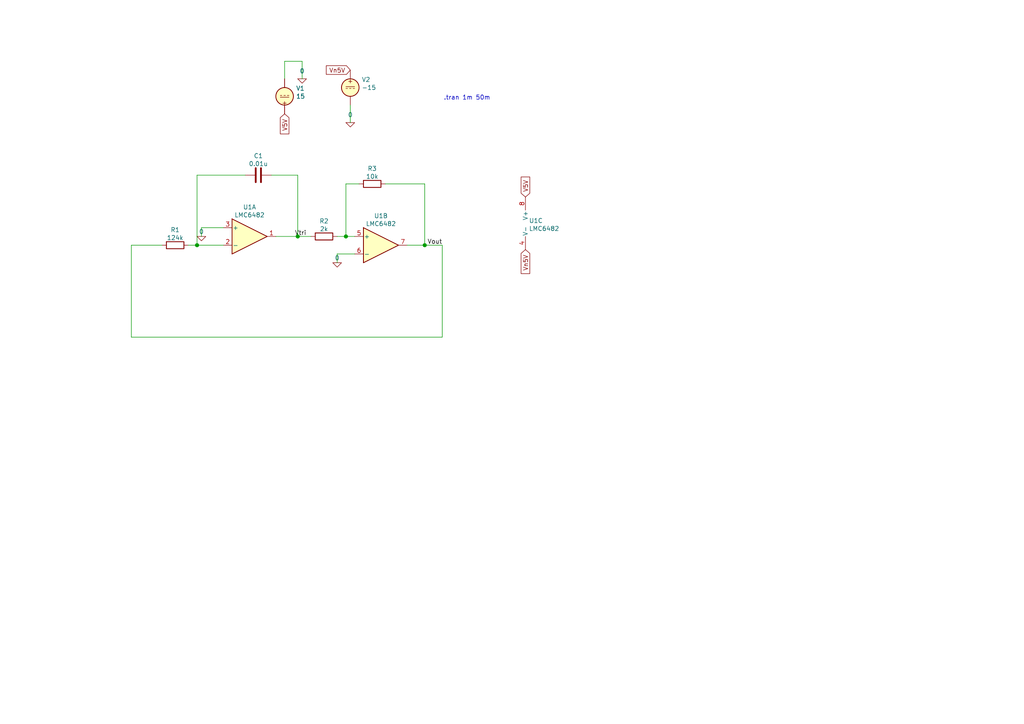
<source format=kicad_sch>
(kicad_sch (version 20211123) (generator eeschema)
  (paper "A4")
  (lib_symbols
    (symbol "Amplifier_Operational:LMC6482" (pin_names (offset 0.127))
      (property "Reference" "U" (at 0 5.08 0))
      (property "Value" "LMC6482" (at 0 -5.08 0))
      (symbol "LMC6482_1_1"
        (polyline (pts (xy -5.08 5.08) (xy 5.08 0) (xy -5.08 -5.08) (xy -5.08 5.08)) (stroke (width 0.254)) (fill (type background)))
        (pin output line (at 7.62 0 180) (length 2.54) (name "~") (number "1"))
        (pin input line (at -7.62 -2.54 0) (length 2.54) (name "-") (number "2"))
        (pin input line (at -7.62 2.54 0) (length 2.54) (name "+") (number "3"))
      )
      (symbol "LMC6482_2_1"
        (polyline (pts (xy -5.08 5.08) (xy 5.08 0) (xy -5.08 -5.08) (xy -5.08 5.08)) (stroke (width 0.254)) (fill (type background)))
        (pin input line (at -7.62 2.54 0) (length 2.54) (name "+") (number "5"))
        (pin input line (at -7.62 -2.54 0) (length 2.54) (name "-") (number "6"))
        (pin output line (at 7.62 0 180) (length 2.54) (name "~") (number "7"))
      )
      (symbol "LMC6482_3_1"
        (pin power_in line (at -2.54 -7.62 90) (length 3.81) (name "V-") (number "4"))
        (pin power_in line (at -2.54 7.62 270) (length 3.81) (name "V+") (number "8"))
      )
    )
    (symbol "Device:C" (pin_numbers hide) (pin_names (offset 0.254))
      (property "Reference" "C" (at 0.635 2.54 0))
      (property "Value" "C" (at 0.635 -2.54 0))
      (symbol "C_0_1"
        (polyline (pts (xy -2.032 -0.762) (xy 2.032 -0.762)) (stroke (width 0.508)))
        (polyline (pts (xy -2.032 0.762) (xy 2.032 0.762)) (stroke (width 0.508)))
      )
      (symbol "C_1_1"
        (pin passive line (at 0 3.81 270) (length 2.794) (name "~") (number "1"))
        (pin passive line (at 0 -3.81 90) (length 2.794) (name "~") (number "2"))
      )
    )
    (symbol "Device:R" (pin_numbers hide) (pin_names (offset 0))
      (property "Reference" "R" (at 2.032 0 90))
      (property "Value" "R" (at 0 0 90))
      (symbol "R_0_1"
        (rectangle (start -1.016 -2.54) (end 1.016 2.54) (stroke (width 0.254)))
      )
      (symbol "R_1_1"
        (pin passive line (at 0 3.81 270) (length 1.27) (name "~") (number "1"))
        (pin passive line (at 0 -3.81 90) (length 1.27) (name "~") (number "2"))
      )
    )
    (symbol "Simulation_SPICE:VDC" (pin_numbers hide) (pin_names (offset 0.0254))
      (property "Reference" "V" (at 2.54 2.54 0))
      (property "Value" "VDC" (at 2.54 0 0))
      (property "Spice_Model" "dc(1)" (at 2.54 -2.54 0))
      (symbol "VDC_0_0"
        (polyline (pts (xy -1.27 0.254) (xy 1.27 0.254)))
        (polyline (pts (xy -0.762 -0.254) (xy -1.27 -0.254)))
        (polyline (pts (xy 0.254 -0.254) (xy -0.254 -0.254)))
        (polyline (pts (xy 1.27 -0.254) (xy 0.762 -0.254)))
        (text "+" (at 0 1.905 0) (effects (font (size 1.27 1.27))))
      )
      (symbol "VDC_0_1"
        (circle (center 0 0) (radius 2.54) (stroke (width 0.254)) (fill (type background)))
      )
      (symbol "VDC_1_1"
        (pin passive line (at 0 5.08 270) (length 2.54) (name "~") (number "1"))
        (pin passive line (at 0 -5.08 90) (length 2.54) (name "~") (number "2"))
      )
    )
    (symbol "pspice:0" (power) (pin_names (offset 0))
      (property "Value" "0" (at 0 -1.778 0))
      (symbol "0_0_1"
        (polyline (pts (xy -1.27 0) (xy 0 -1.27) (xy 1.27 0) (xy -1.27 0)))
      )
      (symbol "0_1_1"
        (pin power_in line (at 0 0 0) (length 0) hide (name "0") (number "1"))
      )
    )
  )
  (junction (at 86.36 68.58) (diameter 1.016))
  (junction (at 123.19 71.12) (diameter 1.016))
  (junction (at 57.15 71.12) (diameter 1.016))
  (junction (at 100.33 68.58) (diameter 1.016))
  (wire (pts (xy 80.01 68.58) (xy 86.36 68.58)))
  (wire (pts (xy 86.36 68.58) (xy 90.17 68.58)))
  (wire (pts (xy 97.79 68.58) (xy 100.33 68.58)))
  (wire (pts (xy 100.33 68.58) (xy 102.87 68.58)))
  (wire (pts (xy 38.1 71.12) (xy 46.99 71.12)))
  (wire (pts (xy 38.1 97.79) (xy 38.1 71.12)))
  (wire (pts (xy 118.11 71.12) (xy 123.19 71.12)))
  (wire (pts (xy 123.19 71.12) (xy 128.27 71.12)))
  (wire (pts (xy 128.27 71.12) (xy 128.27 97.79)))
  (wire (pts (xy 128.27 97.79) (xy 38.1 97.79)))
  (wire (pts (xy 82.55 22.86) (xy 82.55 17.78)))
  (wire (pts (xy 58.42 66.04) (xy 64.77 66.04)))
  (wire (pts (xy 58.42 68.58) (xy 58.42 66.04)))
  (wire (pts (xy 82.55 17.78) (xy 87.63 17.78)))
  (wire (pts (xy 97.79 73.66) (xy 102.87 73.66)))
  (wire (pts (xy 97.79 76.2) (xy 97.79 73.66)))
  (wire (pts (xy 111.76 53.34) (xy 123.19 53.34)))
  (wire (pts (xy 123.19 53.34) (xy 123.19 71.12)))
  (wire (pts (xy 101.6 35.56) (xy 101.6 30.48)))
  (wire (pts (xy 78.74 50.8) (xy 86.36 50.8)))
  (wire (pts (xy 86.36 50.8) (xy 86.36 68.58)))
  (wire (pts (xy 54.61 71.12) (xy 57.15 71.12)))
  (wire (pts (xy 57.15 71.12) (xy 64.77 71.12)))
  (wire (pts (xy 57.15 50.8) (xy 57.15 71.12)))
  (wire (pts (xy 71.12 50.8) (xy 57.15 50.8)))
  (wire (pts (xy 87.63 17.78) (xy 87.63 22.86)))
  (wire (pts (xy 100.33 53.34) (xy 104.14 53.34)))
  (wire (pts (xy 100.33 68.58) (xy 100.33 53.34)))
  (text ".tran 1m 50m" (at 142.24 29.21 180) (effects (font (size 1.27 1.27)) (justify right bottom)))
  (label "Vout" (at 128.27 71.12 180))
  (label "Vtri" (at 88.9 68.58 180))
  (global_label "V5V" (shape input) (at 152.4 57.15 90) (property "Intersheet References" "${INTERSHEET_REFS}" (effects hide)))
  (global_label "Vn5V" (shape input) (at 101.6 20.32 180) (property "Intersheet References" "${INTERSHEET_REFS}" (effects hide)))
  (global_label "Vn5V" (shape input) (at 152.4 72.39 270) (property "Intersheet References" "${INTERSHEET_REFS}" (effects hide)))
  (global_label "V5V" (shape input) (at 82.55 33.02 270) (property "Intersheet References" "${INTERSHEET_REFS}" (effects hide)))
  (symbol (lib_id "Simulation_SPICE:VDC") (at 101.6 25.4 0) (unit 1)
    (property "Reference" "V2" (at 104.902 23.0886 0) (effects (justify left)))
    (property "Value" "VDC" (at 104.902 25.4 0) (effects (justify left)))
    (property "Spice_Netlist_Enabled" "Y" (effects hide))
    (property "Spice_Primitive" "V" (effects hide))
    (property "Spice_Model" "dc(-15)" (at 104.902 27.7114 0) (effects (justify left)))
  )
  (symbol (lib_id "pspice:0") (at 58.42 68.58 0) (unit 1)
    (property "Reference" "#GND?" (effects hide))
    (property "Value" "0" (at 58.42 67.1916 0))
  )
  (symbol (lib_id "Device:R") (at 107.95 53.34 90) (unit 1)
    (property "Reference" "R3" (at 107.95 48.8908 90))
    (property "Value" "10k" (at 107.95 51.1895 90))
  )
  (symbol (lib_id "Amplifier_Operational:LMC6482") (at 72.39 68.58 0) (unit 1)
    (property "Reference" "U1" (at 72.39 60.0668 0))
    (property "Value" "LMC6482" (at 72.39 62.3655 0))
    (property "Datasheet" "http://www.ti.com/lit/ds/symlink/lmc6482.pdf" (effects hide))
    (property "Spice_Primitive" "X" (effects hide))
    (property "Spice_Model" "LMC6482" (effects hide))
    (property "Spice_Netlist_Enabled" "Y" (effects hide))
    (property "Spice_Lib_File" "/home/zhakl/Downloads/LMC6482.LIB" (effects hide))
  )
  (symbol (lib_id "Device:R") (at 50.8 71.12 90) (unit 1)
    (property "Reference" "R1" (at 50.8 66.6708 90))
    (property "Value" "124k" (at 50.8 68.9695 90))
  )
  (symbol (lib_id "Amplifier_Operational:LMC6482") (at 110.49 71.12 0) (unit 2)
    (property "Reference" "U1" (at 110.49 62.6068 0))
    (property "Value" "LMC6482" (at 110.49 64.9055 0))
    (property "Datasheet" "http://www.ti.com/lit/ds/symlink/lmc6482.pdf" (effects hide))
    (property "Spice_Primitive" "X" (effects hide))
    (property "Spice_Model" "LMC6482" (effects hide))
    (property "Spice_Netlist_Enabled" "Y" (effects hide))
    (property "Spice_Lib_File" "/home/zhakl/Downloads/LMC6482.LIB" (effects hide))
  )
  (symbol (lib_id "Device:C") (at 74.93 50.8 90) (unit 1)
    (property "Reference" "C1" (at 74.93 45.2078 90))
    (property "Value" "0.01u" (at 74.93 47.5065 90))
  )
  (symbol (lib_id "pspice:0") (at 101.6 35.56 0) (unit 1)
    (property "Reference" "#GND?" (effects hide))
    (property "Value" "0" (at 101.6 33.2994 0))
  )
  (symbol (lib_id "pspice:0") (at 87.63 22.86 0) (unit 1)
    (property "Reference" "#GND?" (effects hide))
    (property "Value" "0" (at 87.63 20.5994 0))
  )
  (symbol (lib_id "pspice:0") (at 97.79 76.2 0) (unit 1)
    (property "Reference" "#GND?" (effects hide))
    (property "Value" "0" (at 97.79 74.8116 0))
  )
  (symbol (lib_id "Simulation_SPICE:VDC") (at 82.55 27.94 180) (unit 1)
    (property "Reference" "V1" (at 85.852 25.6286 0) (effects (justify right)))
    (property "Value" "VDC" (at 85.852 27.94 0) (effects (justify right)))
    (property "Spice_Netlist_Enabled" "Y" (effects hide))
    (property "Spice_Primitive" "V" (effects hide))
    (property "Spice_Model" "dc(15)" (at 85.852 30.2514 0) (effects (justify right)))
  )
  (symbol (lib_id "Amplifier_Operational:LMC6482") (at 154.94 64.77 0) (unit 3)
    (property "Reference" "U1" (at 153.4161 64.0091 0) (effects (justify left)))
    (property "Value" "LMC6482" (at 153.4161 66.3078 0) (effects (justify left)))
    (property "Datasheet" "http://www.ti.com/lit/ds/symlink/lmc6482.pdf" (effects hide))
    (property "Spice_Primitive" "X" (effects hide))
    (property "Spice_Model" "LMC6482" (effects hide))
    (property "Spice_Netlist_Enabled" "Y" (effects hide))
    (property "Spice_Lib_File" "/home/zhakl/Downloads/LMC6482.LIB" (effects hide))
  )
  (symbol (lib_id "Device:R") (at 93.98 68.58 90) (unit 1)
    (property "Reference" "R2" (at 93.98 64.1308 90))
    (property "Value" "2k" (at 93.98 66.4295 90))
  )
)
</source>
